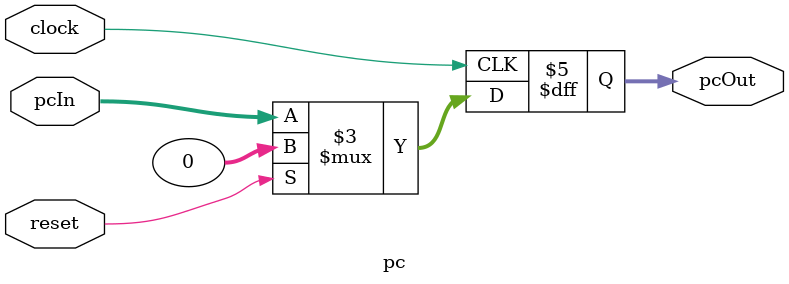
<source format=v>
`timescale 1ns/100ps

module pc (
    input clock, reset,
    input [31:0] pcIn,
    output reg [31:0] pcOut
);

    always @(posedge clock) begin
        if (reset) begin
            pcOut <= 32'b0;
        end
        else begin
            pcOut <= pcIn;
        end
    end

endmodule
</source>
